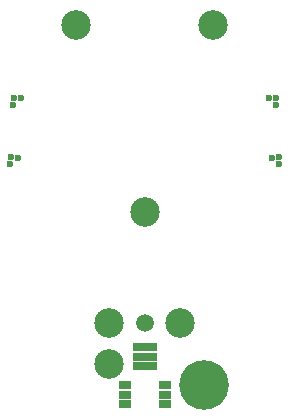
<source format=gbs>
G04 #@! TF.GenerationSoftware,KiCad,Pcbnew,5.1.9-73d0e3b20d~88~ubuntu20.04.1*
G04 #@! TF.CreationDate,2021-08-20T12:19:55+03:00*
G04 #@! TF.ProjectId,diff_probe_amplifier,64696666-5f70-4726-9f62-655f616d706c,rev?*
G04 #@! TF.SameCoordinates,Original*
G04 #@! TF.FileFunction,Soldermask,Bot*
G04 #@! TF.FilePolarity,Negative*
%FSLAX46Y46*%
G04 Gerber Fmt 4.6, Leading zero omitted, Abs format (unit mm)*
G04 Created by KiCad (PCBNEW 5.1.9-73d0e3b20d~88~ubuntu20.04.1) date 2021-08-20 12:19:55*
%MOMM*%
%LPD*%
G01*
G04 APERTURE LIST*
%ADD10C,2.500000*%
%ADD11R,1.000000X0.800000*%
%ADD12C,1.500000*%
%ADD13C,0.600000*%
%ADD14C,4.200000*%
G04 APERTURE END LIST*
D10*
G04 #@! TO.C,TP8*
X8200000Y-4200000D03*
G04 #@! TD*
G04 #@! TO.C,TP7*
X19800000Y-4200000D03*
G04 #@! TD*
D11*
G04 #@! TO.C,J1*
X13500000Y-33100000D03*
X13500000Y-32300000D03*
X13500000Y-31500000D03*
X14500000Y-31500000D03*
X14500000Y-32300000D03*
X15700000Y-34700000D03*
X15700000Y-35500000D03*
X15700000Y-36300000D03*
X12300000Y-34700000D03*
X12300000Y-35500000D03*
X12300000Y-36300000D03*
D12*
X14000000Y-29400000D03*
D11*
X14500000Y-33100000D03*
G04 #@! TD*
D13*
G04 #@! TO.C,J4*
X25099794Y-10392150D03*
X24500617Y-10423551D03*
X25131196Y-10991327D03*
G04 #@! TD*
G04 #@! TO.C,J3*
X25349794Y-15392150D03*
X24750617Y-15423551D03*
X25381196Y-15991327D03*
G04 #@! TD*
G04 #@! TO.C,J6*
X2618804Y-15991327D03*
X3249383Y-15423551D03*
X2650206Y-15392150D03*
G04 #@! TD*
G04 #@! TO.C,J5*
X2868804Y-10991327D03*
X3499383Y-10423551D03*
X2900206Y-10392150D03*
G04 #@! TD*
D14*
G04 #@! TO.C,H1*
X19000000Y-34700000D03*
G04 #@! TD*
D10*
G04 #@! TO.C,TP4*
X14000000Y-20000000D03*
G04 #@! TD*
G04 #@! TO.C,TP3*
X17000000Y-29400000D03*
G04 #@! TD*
G04 #@! TO.C,TP2*
X11000000Y-29400000D03*
G04 #@! TD*
G04 #@! TO.C,TP1*
X11000000Y-32900000D03*
G04 #@! TD*
M02*

</source>
